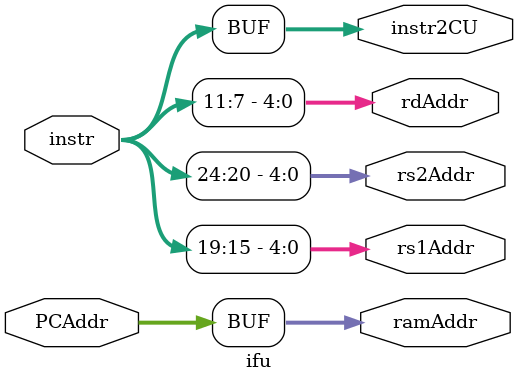
<source format=v>
module ifu(
    input  [63:0] PCAddr,
    input  [31:0] instr,
    output [63:0] ramAddr, //将PC的地址传入存储器中
    output [4:0] rs1Addr,
    output [4:0] rs2Addr,
    output [4:0] rdAddr,
    output [31:0] instr2CU
);

assign ramAddr[63:0] = PCAddr[63:0]; //transmit the address to storage
assign instr2CU [63:0] = instr[63:0]; //return the
assign rs1Addr[4:0] = instr[19:15];
assign rs2Addr[4:0] = instr[24:20];
assign rdAddr[4:0] = instr[11:7];


endmodule

</source>
